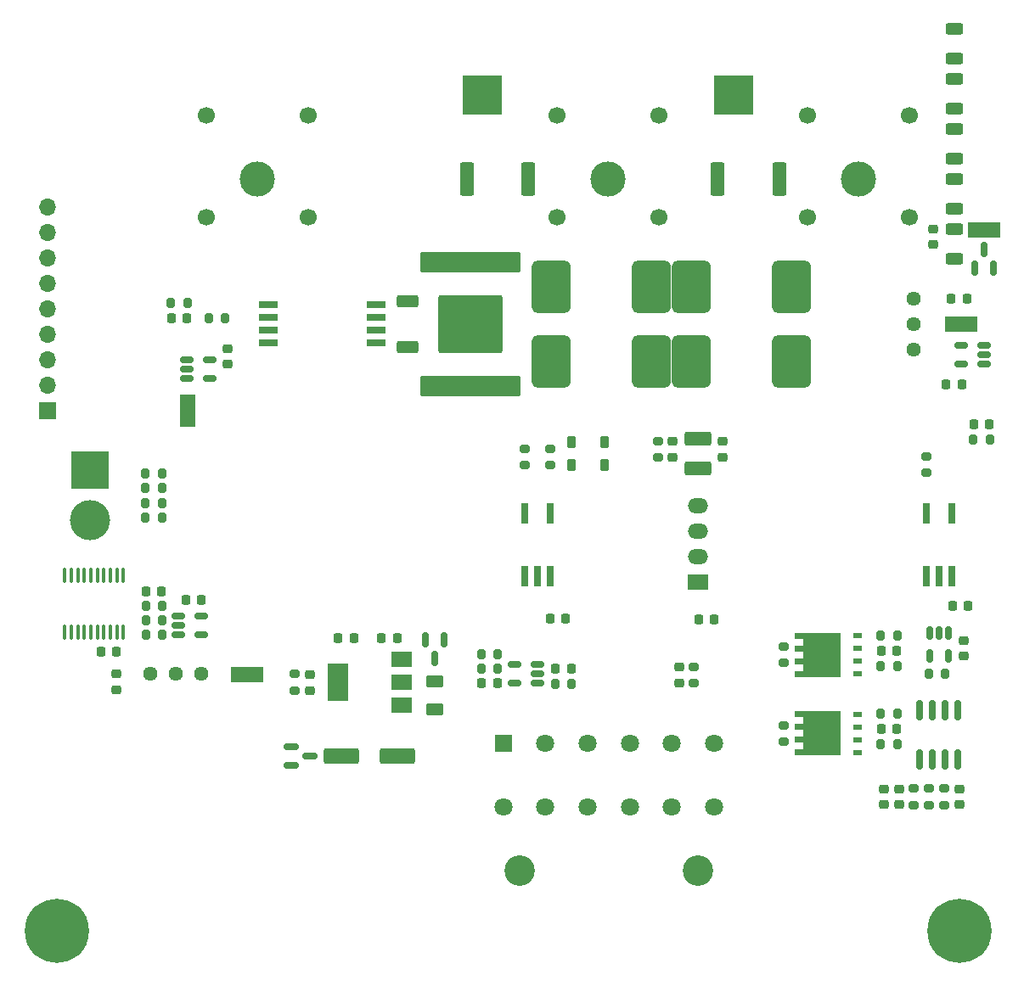
<source format=gbr>
%TF.GenerationSoftware,KiCad,Pcbnew,(7.0.0)*%
%TF.CreationDate,2023-08-02T13:30:23+12:00*%
%TF.ProjectId,VehicleJunctionBoxMotherboard_PCB,56656869-636c-4654-9a75-6e6374696f6e,V1.0*%
%TF.SameCoordinates,Original*%
%TF.FileFunction,Soldermask,Top*%
%TF.FilePolarity,Negative*%
%FSLAX46Y46*%
G04 Gerber Fmt 4.6, Leading zero omitted, Abs format (unit mm)*
G04 Created by KiCad (PCBNEW (7.0.0)) date 2023-08-02 13:30:23*
%MOMM*%
%LPD*%
G01*
G04 APERTURE LIST*
G04 Aperture macros list*
%AMRoundRect*
0 Rectangle with rounded corners*
0 $1 Rounding radius*
0 $2 $3 $4 $5 $6 $7 $8 $9 X,Y pos of 4 corners*
0 Add a 4 corners polygon primitive as box body*
4,1,4,$2,$3,$4,$5,$6,$7,$8,$9,$2,$3,0*
0 Add four circle primitives for the rounded corners*
1,1,$1+$1,$2,$3*
1,1,$1+$1,$4,$5*
1,1,$1+$1,$6,$7*
1,1,$1+$1,$8,$9*
0 Add four rect primitives between the rounded corners*
20,1,$1+$1,$2,$3,$4,$5,0*
20,1,$1+$1,$4,$5,$6,$7,0*
20,1,$1+$1,$6,$7,$8,$9,0*
20,1,$1+$1,$8,$9,$2,$3,0*%
%AMFreePoly0*
4,1,17,2.675000,1.605000,1.875000,1.605000,1.875000,0.935000,2.675000,0.935000,2.675000,0.335000,1.875000,0.335000,1.875000,-0.335000,2.675000,-0.335000,2.675000,-0.935000,1.875000,-0.935000,1.875000,-1.605000,2.675000,-1.605000,2.675000,-2.205000,-1.875000,-2.205000,-1.875000,2.205000,2.675000,2.205000,2.675000,1.605000,2.675000,1.605000,$1*%
G04 Aperture macros list end*
%ADD10RoundRect,0.200000X0.275000X-0.200000X0.275000X0.200000X-0.275000X0.200000X-0.275000X-0.200000X0*%
%ADD11R,2.000000X1.500000*%
%ADD12R,2.000000X3.800000*%
%ADD13R,4.000000X4.000000*%
%ADD14RoundRect,0.249999X-0.450001X-1.425001X0.450001X-1.425001X0.450001X1.425001X-0.450001X1.425001X0*%
%ADD15RoundRect,0.225000X-0.225000X-0.250000X0.225000X-0.250000X0.225000X0.250000X-0.225000X0.250000X0*%
%ADD16RoundRect,0.200000X-0.275000X0.200000X-0.275000X-0.200000X0.275000X-0.200000X0.275000X0.200000X0*%
%ADD17RoundRect,0.225000X0.225000X0.250000X-0.225000X0.250000X-0.225000X-0.250000X0.225000X-0.250000X0*%
%ADD18RoundRect,0.250000X0.625000X-0.312500X0.625000X0.312500X-0.625000X0.312500X-0.625000X-0.312500X0*%
%ADD19C,0.800000*%
%ADD20C,6.400000*%
%ADD21R,3.200000X1.600000*%
%ADD22RoundRect,0.225000X-0.225000X-0.375000X0.225000X-0.375000X0.225000X0.375000X-0.225000X0.375000X0*%
%ADD23RoundRect,0.200000X0.200000X0.275000X-0.200000X0.275000X-0.200000X-0.275000X0.200000X-0.275000X0*%
%ADD24R,1.700000X1.700000*%
%ADD25O,1.700000X1.700000*%
%ADD26RoundRect,0.250000X0.625000X-0.375000X0.625000X0.375000X-0.625000X0.375000X-0.625000X-0.375000X0*%
%ADD27RoundRect,0.150000X-0.150000X0.512500X-0.150000X-0.512500X0.150000X-0.512500X0.150000X0.512500X0*%
%ADD28RoundRect,0.150000X-0.512500X-0.150000X0.512500X-0.150000X0.512500X0.150000X-0.512500X0.150000X0*%
%ADD29C,1.700000*%
%ADD30C,3.500000*%
%ADD31RoundRect,0.200000X-0.200000X-0.275000X0.200000X-0.275000X0.200000X0.275000X-0.200000X0.275000X0*%
%ADD32FreePoly0,180.000000*%
%ADD33R,0.850000X0.500000*%
%ADD34C,1.440000*%
%ADD35RoundRect,0.218750X0.218750X0.256250X-0.218750X0.256250X-0.218750X-0.256250X0.218750X-0.256250X0*%
%ADD36RoundRect,0.250001X1.074999X-0.462499X1.074999X0.462499X-1.074999X0.462499X-1.074999X-0.462499X0*%
%ADD37RoundRect,0.225000X-0.250000X0.225000X-0.250000X-0.225000X0.250000X-0.225000X0.250000X0.225000X0*%
%ADD38RoundRect,0.218750X-0.218750X-0.256250X0.218750X-0.256250X0.218750X0.256250X-0.218750X0.256250X0*%
%ADD39C,3.040000*%
%ADD40R,1.800000X1.800000*%
%ADD41C,1.800000*%
%ADD42R,0.640000X2.000000*%
%ADD43RoundRect,0.218750X-0.256250X0.218750X-0.256250X-0.218750X0.256250X-0.218750X0.256250X0.218750X0*%
%ADD44RoundRect,0.150000X0.150000X-0.587500X0.150000X0.587500X-0.150000X0.587500X-0.150000X-0.587500X0*%
%ADD45RoundRect,0.661019X-1.288981X-1.988981X1.288981X-1.988981X1.288981X1.988981X-1.288981X1.988981X0*%
%ADD46R,3.800000X3.800000*%
%ADD47C,4.000000*%
%ADD48RoundRect,0.218750X0.256250X-0.218750X0.256250X0.218750X-0.256250X0.218750X-0.256250X-0.218750X0*%
%ADD49RoundRect,0.150000X-0.150000X0.587500X-0.150000X-0.587500X0.150000X-0.587500X0.150000X0.587500X0*%
%ADD50O,2.000000X1.500000*%
%ADD51RoundRect,0.150000X0.512500X0.150000X-0.512500X0.150000X-0.512500X-0.150000X0.512500X-0.150000X0*%
%ADD52R,1.600000X3.200000*%
%ADD53RoundRect,0.150000X-0.587500X-0.150000X0.587500X-0.150000X0.587500X0.150000X-0.587500X0.150000X0*%
%ADD54RoundRect,0.225000X0.250000X-0.225000X0.250000X0.225000X-0.250000X0.225000X-0.250000X-0.225000X0*%
%ADD55RoundRect,0.250000X-0.850000X-0.350000X0.850000X-0.350000X0.850000X0.350000X-0.850000X0.350000X0*%
%ADD56RoundRect,0.249997X-2.950003X-2.650003X2.950003X-2.650003X2.950003X2.650003X-2.950003X2.650003X0*%
%ADD57RoundRect,0.100000X0.100000X-0.637500X0.100000X0.637500X-0.100000X0.637500X-0.100000X-0.637500X0*%
%ADD58RoundRect,0.150000X-0.150000X0.825000X-0.150000X-0.825000X0.150000X-0.825000X0.150000X0.825000X0*%
%ADD59R,1.905000X0.640000*%
%ADD60RoundRect,0.250000X-1.500000X-0.550000X1.500000X-0.550000X1.500000X0.550000X-1.500000X0.550000X0*%
%ADD61RoundRect,0.200000X-4.800000X0.800000X-4.800000X-0.800000X4.800000X-0.800000X4.800000X0.800000X0*%
G04 APERTURE END LIST*
D10*
%TO.C,R22*%
X118500000Y-107500000D03*
X118500000Y-105850000D03*
%TD*%
D11*
%TO.C,U1*%
X64399999Y-97549999D03*
X64399999Y-95249999D03*
D12*
X58099999Y-95249999D03*
D11*
X64399999Y-92949999D03*
%TD*%
D13*
%TO.C,J5*%
X97499999Y-36649999D03*
%TD*%
D14*
%TO.C,R9*%
X70950000Y-45000000D03*
X77050000Y-45000000D03*
%TD*%
D15*
%TO.C,C11*%
X119225000Y-57000000D03*
X120775000Y-57000000D03*
%TD*%
D16*
%TO.C,R37*%
X76700000Y-71925000D03*
X76700000Y-73575000D03*
%TD*%
D17*
%TO.C,C6*%
X95575000Y-89000000D03*
X94025000Y-89000000D03*
%TD*%
D18*
%TO.C,R15*%
X119500000Y-47962500D03*
X119500000Y-45037500D03*
%TD*%
D19*
%TO.C,H4*%
X117600000Y-120000000D03*
X118302944Y-118302944D03*
X118302944Y-121697056D03*
X120000000Y-117600000D03*
D20*
X120000000Y-120000000D03*
D19*
X120000000Y-122400000D03*
X121697056Y-118302944D03*
X121697056Y-121697056D03*
X122400000Y-120000000D03*
%TD*%
D21*
%TO.C,TP4*%
X120249999Y-59489999D03*
%TD*%
D18*
%TO.C,R13*%
X119500000Y-37962500D03*
X119500000Y-35037500D03*
%TD*%
D22*
%TO.C,D10*%
X81350000Y-71250000D03*
X84650000Y-71250000D03*
%TD*%
D17*
%TO.C,C12*%
X120275000Y-65490000D03*
X118725000Y-65490000D03*
%TD*%
D23*
%TO.C,R25*%
X113825000Y-90600000D03*
X112175000Y-90600000D03*
%TD*%
D24*
%TO.C,J9*%
X29099999Y-68159999D03*
D25*
X29099999Y-65619999D03*
X29099999Y-63079999D03*
X29099999Y-60539999D03*
X29099999Y-57999999D03*
X29099999Y-55459999D03*
X29099999Y-52919999D03*
X29099999Y-50379999D03*
X29099999Y-47839999D03*
%TD*%
D16*
%TO.C,R18*%
X116750000Y-72675000D03*
X116750000Y-74325000D03*
%TD*%
D26*
%TO.C,F2*%
X67700000Y-97950000D03*
X67700000Y-95150000D03*
%TD*%
D27*
%TO.C,U8*%
X118950000Y-90362500D03*
X118000000Y-90362500D03*
X117050000Y-90362500D03*
X117050000Y-92637500D03*
X118950000Y-92637500D03*
%TD*%
D28*
%TO.C,U10*%
X43012500Y-63050000D03*
X43012500Y-64000000D03*
X43012500Y-64950000D03*
X45287500Y-64950000D03*
X45287500Y-63050000D03*
%TD*%
D16*
%TO.C,R27*%
X102500000Y-91675000D03*
X102500000Y-93325000D03*
%TD*%
D29*
%TO.C,J4*%
X90080000Y-38640000D03*
X79920000Y-38640000D03*
X90080000Y-48800000D03*
X79920000Y-48800000D03*
D30*
X85000000Y-45000000D03*
%TD*%
D16*
%TO.C,R28*%
X102500000Y-99525000D03*
X102500000Y-101175000D03*
%TD*%
D31*
%TO.C,R17*%
X121425000Y-70980000D03*
X123075000Y-70980000D03*
%TD*%
D32*
%TO.C,Q4*%
X106350000Y-100350000D03*
D33*
X109899999Y-102254999D03*
X109899999Y-100984999D03*
X109899999Y-99714999D03*
X109899999Y-98444999D03*
%TD*%
D34*
%TO.C,RV2*%
X44450000Y-94400000D03*
X41910000Y-94400000D03*
X39370000Y-94400000D03*
%TD*%
D28*
%TO.C,U13*%
X42162500Y-88600000D03*
X42162500Y-89550000D03*
X42162500Y-90500000D03*
X44437500Y-90500000D03*
X44437500Y-88600000D03*
%TD*%
D23*
%TO.C,R26*%
X113825000Y-98400000D03*
X112175000Y-98400000D03*
%TD*%
D35*
%TO.C,D4*%
X123037500Y-69480000D03*
X121462500Y-69480000D03*
%TD*%
D18*
%TO.C,R16*%
X119500000Y-52962500D03*
X119500000Y-50037500D03*
%TD*%
D36*
%TO.C,L1*%
X93950000Y-73925000D03*
X93950000Y-70950000D03*
%TD*%
D23*
%TO.C,R43*%
X40512500Y-77350000D03*
X38862500Y-77350000D03*
%TD*%
D21*
%TO.C,TP3*%
X48999999Y-94499999D03*
%TD*%
D37*
%TO.C,C10*%
X117400000Y-50025000D03*
X117400000Y-51575000D03*
%TD*%
D10*
%TO.C,R23*%
X117000000Y-107500000D03*
X117000000Y-105850000D03*
%TD*%
D38*
%TO.C,D9*%
X112212500Y-99900000D03*
X113787500Y-99900000D03*
%TD*%
D37*
%TO.C,C19*%
X36000000Y-94425000D03*
X36000000Y-95975000D03*
%TD*%
D14*
%TO.C,R6*%
X95950000Y-45000000D03*
X102050000Y-45000000D03*
%TD*%
D21*
%TO.C,TP1*%
X122499999Y-50099999D03*
%TD*%
D39*
%TO.C,J2*%
X76160000Y-114040000D03*
X93940000Y-114040000D03*
D40*
X74569999Y-101339999D03*
D41*
X78760000Y-101340000D03*
X82950000Y-101340000D03*
X87150000Y-101340000D03*
X91340000Y-101340000D03*
X95530000Y-101340000D03*
X95530000Y-107690000D03*
X91340000Y-107690000D03*
X87150000Y-107690000D03*
X82950000Y-107690000D03*
X78760000Y-107690000D03*
X74570000Y-107690000D03*
%TD*%
D16*
%TO.C,R10*%
X89950000Y-71175000D03*
X89950000Y-72825000D03*
%TD*%
D42*
%TO.C,U20*%
X79269999Y-78349999D03*
X76729999Y-78349999D03*
X76729999Y-84649999D03*
X77999999Y-84649999D03*
X79269999Y-84649999D03*
%TD*%
D13*
%TO.C,J6*%
X72474999Y-36649999D03*
%TD*%
D29*
%TO.C,J7*%
X55080000Y-38640000D03*
X44920000Y-38640000D03*
X55080000Y-48800000D03*
X44920000Y-48800000D03*
D30*
X50000000Y-45000000D03*
%TD*%
D37*
%TO.C,C15*%
X112500000Y-105900000D03*
X112500000Y-107450000D03*
%TD*%
D15*
%TO.C,C13*%
X119325000Y-87600000D03*
X120875000Y-87600000D03*
%TD*%
D31*
%TO.C,R30*%
X38887500Y-89050000D03*
X40537500Y-89050000D03*
%TD*%
%TO.C,R11*%
X72362500Y-92450000D03*
X74012500Y-92450000D03*
%TD*%
D10*
%TO.C,R7*%
X53750000Y-96075000D03*
X53750000Y-94425000D03*
%TD*%
D31*
%TO.C,R42*%
X38875000Y-74400000D03*
X40525000Y-74400000D03*
%TD*%
D23*
%TO.C,R39*%
X40525000Y-75850000D03*
X38875000Y-75850000D03*
%TD*%
D43*
%TO.C,D1*%
X55250000Y-94462500D03*
X55250000Y-96037500D03*
%TD*%
D15*
%TO.C,C2*%
X58100000Y-90800000D03*
X59650000Y-90800000D03*
%TD*%
D17*
%TO.C,C1*%
X63950000Y-90800000D03*
X62400000Y-90800000D03*
%TD*%
D34*
%TO.C,RV1*%
X115500000Y-62040000D03*
X115500000Y-59500000D03*
X115500000Y-56960000D03*
%TD*%
D44*
%TO.C,D3*%
X121550000Y-53937500D03*
X123450000Y-53937500D03*
X122500000Y-52062500D03*
%TD*%
D43*
%TO.C,D12*%
X92100000Y-93712500D03*
X92100000Y-95287500D03*
%TD*%
D45*
%TO.C,R3*%
X93300000Y-55750000D03*
X103300000Y-55750000D03*
%TD*%
D35*
%TO.C,D6*%
X81350000Y-93900000D03*
X79775000Y-93900000D03*
%TD*%
D15*
%TO.C,C4*%
X72412500Y-95350000D03*
X73962500Y-95350000D03*
%TD*%
D46*
%TO.C,J1*%
X33299999Y-74099999D03*
D47*
X33300000Y-79100000D03*
%TD*%
D29*
%TO.C,J3*%
X115080000Y-38640000D03*
X104920000Y-38640000D03*
X115080000Y-48800000D03*
X104920000Y-48800000D03*
D30*
X110000000Y-45000000D03*
%TD*%
D48*
%TO.C,D2*%
X91450000Y-72787500D03*
X91450000Y-71212500D03*
%TD*%
D45*
%TO.C,R1*%
X79300000Y-55750000D03*
X89300000Y-55750000D03*
%TD*%
%TO.C,R4*%
X93300000Y-63250000D03*
X103300000Y-63250000D03*
%TD*%
D49*
%TO.C,Q5*%
X68650000Y-91025000D03*
X66750000Y-91025000D03*
X67700000Y-92900000D03*
%TD*%
D18*
%TO.C,R12*%
X119500000Y-32962500D03*
X119500000Y-30037500D03*
%TD*%
D31*
%TO.C,R20*%
X116975000Y-94400000D03*
X118625000Y-94400000D03*
%TD*%
D10*
%TO.C,R5*%
X93550000Y-95350000D03*
X93550000Y-93700000D03*
%TD*%
D23*
%TO.C,R31*%
X43062500Y-57400000D03*
X41412500Y-57400000D03*
%TD*%
D37*
%TO.C,C16*%
X120000000Y-105900000D03*
X120000000Y-107450000D03*
%TD*%
D23*
%TO.C,R32*%
X46825000Y-58900000D03*
X45175000Y-58900000D03*
%TD*%
D18*
%TO.C,R14*%
X119500000Y-42962500D03*
X119500000Y-40037500D03*
%TD*%
D11*
%TO.C,U4*%
X93999999Y-85262499D03*
D50*
X93999999Y-82722499D03*
X93999999Y-80182499D03*
X93999999Y-77642499D03*
%TD*%
D23*
%TO.C,R33*%
X74012500Y-93900000D03*
X72362500Y-93900000D03*
%TD*%
D31*
%TO.C,R24*%
X112175000Y-101400000D03*
X113825000Y-101400000D03*
%TD*%
D51*
%TO.C,U6*%
X77987500Y-95350000D03*
X77987500Y-94400000D03*
X77987500Y-93450000D03*
X75712500Y-93450000D03*
X75712500Y-95350000D03*
%TD*%
D52*
%TO.C,TP2*%
X43049999Y-68099999D03*
%TD*%
D15*
%TO.C,C25*%
X79225000Y-88900000D03*
X80775000Y-88900000D03*
%TD*%
D16*
%TO.C,R49*%
X79250000Y-71925000D03*
X79250000Y-73575000D03*
%TD*%
D38*
%TO.C,D5*%
X41450000Y-58900000D03*
X43025000Y-58900000D03*
%TD*%
D22*
%TO.C,D8*%
X81350000Y-73600000D03*
X84650000Y-73600000D03*
%TD*%
D15*
%TO.C,C5*%
X42887500Y-87050000D03*
X44437500Y-87050000D03*
%TD*%
D38*
%TO.C,D7*%
X112212500Y-92100000D03*
X113787500Y-92100000D03*
%TD*%
D17*
%TO.C,C3*%
X40487500Y-86150000D03*
X38937500Y-86150000D03*
%TD*%
D51*
%TO.C,U2*%
X122500000Y-63490000D03*
X122500000Y-62540000D03*
X122500000Y-61590000D03*
X120225000Y-61590000D03*
X120225000Y-63490000D03*
%TD*%
D42*
%TO.C,U7*%
X119269999Y-78349999D03*
X116729999Y-78349999D03*
X116729999Y-84649999D03*
X117999999Y-84649999D03*
X119269999Y-84649999D03*
%TD*%
D32*
%TO.C,Q3*%
X106350000Y-92500000D03*
D33*
X109899999Y-94404999D03*
X109899999Y-93134999D03*
X109899999Y-91864999D03*
X109899999Y-90594999D03*
%TD*%
D17*
%TO.C,C18*%
X36000000Y-92150000D03*
X34450000Y-92150000D03*
%TD*%
D31*
%TO.C,R29*%
X38887500Y-90500000D03*
X40537500Y-90500000D03*
%TD*%
D19*
%TO.C,H3*%
X27600000Y-120000000D03*
X28302944Y-118302944D03*
X28302944Y-121697056D03*
X30000000Y-117600000D03*
D20*
X30000000Y-120000000D03*
D19*
X30000000Y-122400000D03*
X31697056Y-118302944D03*
X31697056Y-121697056D03*
X32400000Y-120000000D03*
%TD*%
D53*
%TO.C,D11*%
X53425000Y-101650000D03*
X53425000Y-103550000D03*
X55300000Y-102600000D03*
%TD*%
D54*
%TO.C,C20*%
X47050000Y-63470000D03*
X47050000Y-61920000D03*
%TD*%
D55*
%TO.C,Q1*%
X65000000Y-57220000D03*
D56*
X71300000Y-59500000D03*
D55*
X65000000Y-61780000D03*
%TD*%
D54*
%TO.C,C14*%
X120500000Y-92600000D03*
X120500000Y-91050000D03*
%TD*%
D31*
%TO.C,R8*%
X38887500Y-87600000D03*
X40537500Y-87600000D03*
%TD*%
%TO.C,R35*%
X79737500Y-95400000D03*
X81387500Y-95400000D03*
%TD*%
D57*
%TO.C,U12*%
X30825000Y-90262500D03*
X31475000Y-90262500D03*
X32125000Y-90262500D03*
X32775000Y-90262500D03*
X33425000Y-90262500D03*
X34075000Y-90262500D03*
X34725000Y-90262500D03*
X35375000Y-90262500D03*
X36025000Y-90262500D03*
X36675000Y-90262500D03*
X36675000Y-84537500D03*
X36025000Y-84537500D03*
X35375000Y-84537500D03*
X34725000Y-84537500D03*
X34075000Y-84537500D03*
X33425000Y-84537500D03*
X32775000Y-84537500D03*
X32125000Y-84537500D03*
X31475000Y-84537500D03*
X30825000Y-84537500D03*
%TD*%
D58*
%TO.C,U9*%
X119905000Y-98025000D03*
X118635000Y-98025000D03*
X117365000Y-98025000D03*
X116095000Y-98025000D03*
X116095000Y-102975000D03*
X117365000Y-102975000D03*
X118635000Y-102975000D03*
X119905000Y-102975000D03*
%TD*%
D59*
%TO.C,U15*%
X51152499Y-57594999D03*
X51152499Y-58864999D03*
X51152499Y-60134999D03*
X51152499Y-61404999D03*
X61847499Y-61404999D03*
X61847499Y-60134999D03*
X61847499Y-58864999D03*
X61847499Y-57594999D03*
%TD*%
D60*
%TO.C,C8*%
X58400000Y-102600000D03*
X64000000Y-102600000D03*
%TD*%
D37*
%TO.C,C7*%
X96450000Y-71225000D03*
X96450000Y-72775000D03*
%TD*%
%TO.C,C17*%
X114000000Y-105900000D03*
X114000000Y-107450000D03*
%TD*%
D10*
%TO.C,R21*%
X115500000Y-107500000D03*
X115500000Y-105850000D03*
%TD*%
D31*
%TO.C,R19*%
X112175000Y-93600000D03*
X113825000Y-93600000D03*
%TD*%
D45*
%TO.C,R2*%
X79300000Y-63250000D03*
X89300000Y-63250000D03*
%TD*%
D61*
%TO.C,HS1*%
X71300000Y-65700000D03*
X71300000Y-53300000D03*
%TD*%
D31*
%TO.C,R41*%
X38862500Y-78800000D03*
X40512500Y-78800000D03*
%TD*%
M02*

</source>
